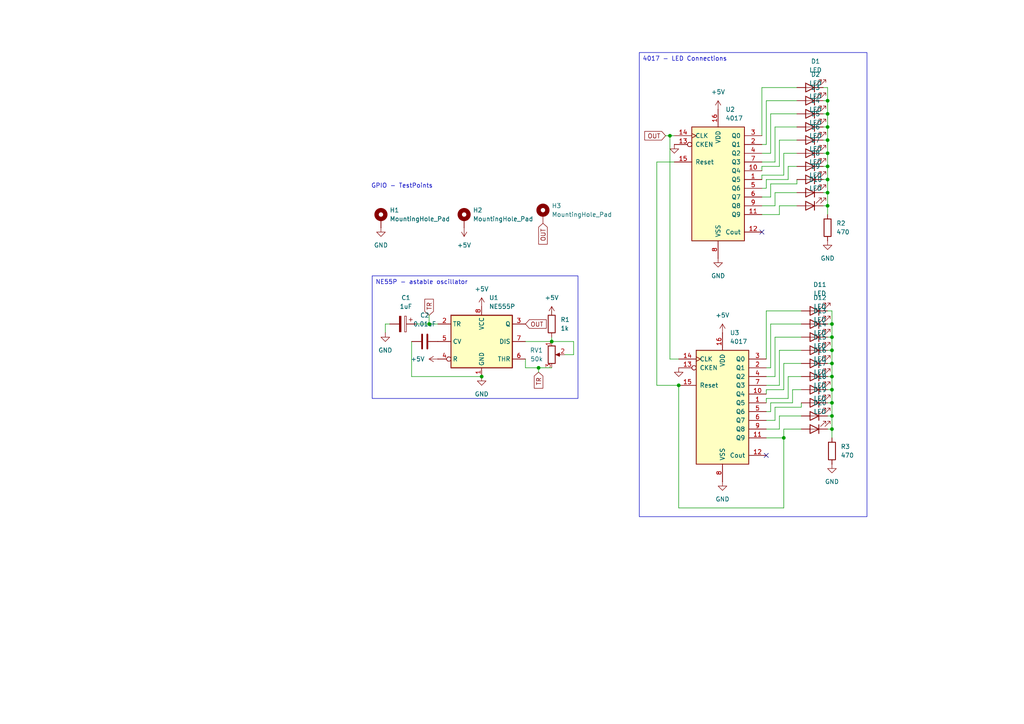
<source format=kicad_sch>
(kicad_sch (version 20250114) (generator "eeschema") (generator_version "9.0")
  (paper "A4")
  (lib_symbols
    (symbol "4xxx:4017" (pin_names (offset 1.016))
      (property "Reference" "U" (at -7.62 16.51 0))
      (property "Value" "4017" (at -7.62 -19.05 0))
      (symbol "4017_1_0"
        (pin input clock (at -12.7 12.7 0) (length 5.08) (name "CLK") (number "14"))
        (pin input inverted (at -12.7 10.16 0) (length 5.08) (name "CKEN") (number "13"))
        (pin input line (at -12.7 5.08 0) (length 5.08) (name "Reset") (number "15"))
        (pin power_in line (at 0 20.32 270) (length 5.08) (name "VDD") (number "16"))
        (pin power_in line (at 0 -22.86 90) (length 5.08) (name "VSS") (number "8"))
        (pin output line (at 12.7 12.7 180) (length 5.08) (name "Q0") (number "3"))
        (pin output line (at 12.7 10.16 180) (length 5.08) (name "Q1") (number "2"))
        (pin output line (at 12.7 7.62 180) (length 5.08) (name "Q2") (number "4"))
        (pin output line (at 12.7 5.08 180) (length 5.08) (name "Q3") (number "7"))
        (pin output line (at 12.7 2.54 180) (length 5.08) (name "Q4") (number "10"))
        (pin output line (at 12.7 0 180) (length 5.08) (name "Q5") (number "1"))
        (pin output line (at 12.7 -2.54 180) (length 5.08) (name "Q6") (number "5"))
        (pin output line (at 12.7 -5.08 180) (length 5.08) (name "Q7") (number "6"))
        (pin output line (at 12.7 -7.62 180) (length 5.08) (name "Q8") (number "9"))
        (pin output line (at 12.7 -10.16 180) (length 5.08) (name "Q9") (number "11"))
        (pin output line (at 12.7 -15.24 180) (length 5.08) (name "Cout") (number "12"))
      )
      (symbol "4017_1_1"
        (rectangle (start -7.62 15.24) (end 7.62 -17.78) (stroke (width 0.254)) (fill (type background)))
      )
    )
    (symbol "Device:C" (pin_numbers (hide yes)) (pin_names (offset 0.254))
      (property "Reference" "C" (at 0.635 2.54 0))
      (property "Value" "C" (at 0.635 -2.54 0))
      (symbol "C_0_1"
        (polyline (pts (xy -2.032 0.762) (xy 2.032 0.762)) (stroke (width 0.508)))
        (polyline (pts (xy -2.032 -0.762) (xy 2.032 -0.762)) (stroke (width 0.508)))
      )
      (symbol "C_1_1"
        (pin passive line (at 0 3.81 270) (length 2.794) (name "~") (number "1"))
        (pin passive line (at 0 -3.81 90) (length 2.794) (name "~") (number "2"))
      )
    )
    (symbol "Device:C_Polarized" (pin_numbers (hide yes)) (pin_names (offset 0.254))
      (property "Reference" "C" (at 0.635 2.54 0))
      (property "Value" "C_Polarized" (at 0.635 -2.54 0))
      (symbol "C_Polarized_0_1"
        (rectangle (start -2.286 0.508) (end 2.286 1.016))
        (polyline (pts (xy -1.778 2.286) (xy -0.762 2.286)))
        (polyline (pts (xy -1.27 2.794) (xy -1.27 1.778)))
        (rectangle (start 2.286 -0.508) (end -2.286 -1.016) (fill (type outline)))
      )
      (symbol "C_Polarized_1_1"
        (pin passive line (at 0 3.81 270) (length 2.794) (name "~") (number "1"))
        (pin passive line (at 0 -3.81 90) (length 2.794) (name "~") (number "2"))
      )
    )
    (symbol "Device:LED" (pin_numbers (hide yes)) (pin_names (offset 1.016) (hide yes))
      (property "Reference" "D" (at 0 2.54 0))
      (property "Value" "LED" (at 0 -2.54 0))
      (symbol "LED_0_1"
        (polyline (pts (xy -3.048 -0.762) (xy -4.572 -2.286) (xy -3.81 -2.286) (xy -4.572 -2.286) (xy -4.572 -1.524)))
        (polyline (pts (xy -1.778 -0.762) (xy -3.302 -2.286) (xy -2.54 -2.286) (xy -3.302 -2.286) (xy -3.302 -1.524)))
        (polyline (pts (xy -1.27 0) (xy 1.27 0)))
        (polyline (pts (xy -1.27 -1.27) (xy -1.27 1.27)) (stroke (width 0.254)))
        (polyline (pts (xy 1.27 -1.27) (xy 1.27 1.27) (xy -1.27 0) (xy 1.27 -1.27)) (stroke (width 0.254)))
      )
      (symbol "LED_1_1"
        (pin passive line (at -3.81 0 0) (length 2.54) (name "K") (number "1"))
        (pin passive line (at 3.81 0 180) (length 2.54) (name "A") (number "2"))
      )
    )
    (symbol "Device:R" (pin_numbers (hide yes)) (pin_names (offset 0))
      (property "Reference" "R" (at 2.032 0 90))
      (property "Value" "R" (at 0 0 90))
      (symbol "R_0_1"
        (rectangle (start -1.016 -2.54) (end 1.016 2.54) (stroke (width 0.254)))
      )
      (symbol "R_1_1"
        (pin passive line (at 0 3.81 270) (length 1.27) (name "~") (number "1"))
        (pin passive line (at 0 -3.81 90) (length 1.27) (name "~") (number "2"))
      )
    )
    (symbol "Device:R_Potentiometer" (pin_names (offset 1.016) (hide yes))
      (property "Reference" "RV" (at -4.445 0 90))
      (property "Value" "R_Potentiometer" (at -2.54 0 90))
      (symbol "R_Potentiometer_0_1"
        (rectangle (start 1.016 2.54) (end -1.016 -2.54) (stroke (width 0.254)))
        (polyline (pts (xy 1.143 0) (xy 2.286 0.508) (xy 2.286 -0.508) (xy 1.143 0)) (fill (type outline)))
        (polyline (pts (xy 2.54 0) (xy 1.524 0)))
      )
      (symbol "R_Potentiometer_1_1"
        (pin passive line (at 0 3.81 270) (length 1.27) (name "1") (number "1"))
        (pin passive line (at 0 -3.81 90) (length 1.27) (name "3") (number "3"))
        (pin passive line (at 3.81 0 180) (length 1.27) (name "2") (number "2"))
      )
    )
    (symbol "Mechanical:MountingHole_Pad" (pin_numbers (hide yes)) (pin_names (offset 1.016) (hide yes)) (in_bom no)
      (property "Reference" "H" (at 0 6.35 0))
      (property "Value" "MountingHole_Pad" (at 0 4.445 0))
      (symbol "MountingHole_Pad_0_1"
        (circle (center 0 1.27) (radius 1.27) (stroke (width 1.27)))
      )
      (symbol "MountingHole_Pad_1_1"
        (pin input line (at 0 -2.54 90) (length 2.54) (name "1") (number "1"))
      )
    )
    (symbol "Timer:NE555P"
      (property "Reference" "U" (at -10.16 8.89 0))
      (property "Value" "NE555P" (at 2.54 8.89 0))
      (symbol "NE555P_0_0"
        (pin power_in line (at 0 10.16 270) (length 2.54) (name "VCC") (number "8"))
        (pin power_in line (at 0 -10.16 90) (length 2.54) (name "GND") (number "1"))
      )
      (symbol "NE555P_0_1"
        (rectangle (start -8.89 -7.62) (end 8.89 7.62) (stroke (width 0.254)) (fill (type background)))
        (rectangle (start -8.89 -7.62) (end 8.89 7.62) (stroke (width 0.254)) (fill (type background)))
      )
      (symbol "NE555P_1_1"
        (pin input line (at -12.7 5.08 0) (length 3.81) (name "TR") (number "2"))
        (pin input line (at -12.7 0 0) (length 3.81) (name "CV") (number "5"))
        (pin input inverted (at -12.7 -5.08 0) (length 3.81) (name "R") (number "4"))
        (pin output line (at 12.7 5.08 180) (length 3.81) (name "Q") (number "3"))
        (pin input line (at 12.7 0 180) (length 3.81) (name "DIS") (number "7"))
        (pin input line (at 12.7 -5.08 180) (length 3.81) (name "THR") (number "6"))
      )
    )
    (symbol "power:+5V" (power) (pin_numbers (hide yes)) (pin_names (offset 0) (hide yes))
      (property "Value" "+5V" (at 0 3.556 0))
      (symbol "+5V_0_1"
        (polyline (pts (xy -0.762 1.27) (xy 0 2.54)))
        (polyline (pts (xy 0 2.54) (xy 0.762 1.27)))
        (polyline (pts (xy 0 0) (xy 0 2.54)))
      )
      (symbol "+5V_1_1"
        (pin power_in line (at 0 0 90) (length 0) (name "~") (number "1"))
      )
    )
    (symbol "power:GND" (power) (pin_numbers (hide yes)) (pin_names (offset 0) (hide yes))
      (property "Value" "GND" (at 0 -3.81 0))
      (symbol "GND_0_1"
        (polyline (pts (xy 0 0) (xy 0 -1.27) (xy 1.27 -1.27) (xy 0 -2.54) (xy -1.27 -1.27) (xy 0 -1.27)))
      )
      (symbol "GND_1_1"
        (pin power_in line (at 0 0 270) (length 0) (name "~") (number "1"))
      )
    )
  )
  (text_box "4017 - LED Connections\n" (at 185.42 15.24 0) (size 66.04 134.62) (margins 0.9525 0.9525 0.9525 0.9525) (effects (font (size 1.27 1.27)) (justify left top)))
  (text_box "GPIO - TestPoints\n" (at 106.68 52.07 0) (size 72.39 24.13) (margins 0.9525 0.9525 0.9525 0.9525) (stroke (width -0.0001)) (effects (font (size 1.27 1.27)) (justify left top)))
  (text_box "NE55P - astable oscillator" (at 107.95 80.01 0) (size 59.69 35.56) (margins 0.9525 0.9525 0.9525 0.9525) (effects (font (size 1.27 1.27)) (justify left top)))
  (junction (at 241.3 120.65))
  (junction (at 156.21 106.68))
  (junction (at 240.03 59.69))
  (junction (at 240.03 44.45))
  (junction (at 194.31 39.37))
  (junction (at 240.03 40.64))
  (junction (at 196.85 111.76))
  (junction (at 240.03 36.83))
  (junction (at 241.3 116.84))
  (junction (at 240.03 55.88))
  (junction (at 240.03 29.21))
  (junction (at 241.3 93.98))
  (junction (at 241.3 113.03))
  (junction (at 241.3 101.6))
  (junction (at 241.3 97.79))
  (junction (at 240.03 48.26))
  (junction (at 241.3 105.41))
  (junction (at 241.3 124.46))
  (junction (at 124.46 93.98))
  (junction (at 240.03 33.02))
  (junction (at 227.33 127))
  (junction (at 139.7 109.22))
  (junction (at 160.02 99.06))
  (junction (at 240.03 52.07))
  (junction (at 241.3 109.22))
  (no_connect (at 222.25 132.08))
  (no_connect (at 220.98 67.31))
  (wire (pts (xy 223.52 93.98) (xy 232.41 93.98)))
  (wire (pts (xy 222.25 106.68) (xy 223.52 106.68)))
  (wire (pts (xy 224.79 46.99) (xy 224.79 36.83)))
  (wire (pts (xy 238.76 55.88) (xy 240.03 55.88)))
  (wire (pts (xy 222.25 115.57) (xy 228.6 115.57)))
  (wire (pts (xy 227.33 105.41) (xy 232.41 105.41)))
  (wire (pts (xy 166.37 102.87) (xy 166.37 99.06)))
  (wire (pts (xy 227.33 127) (xy 227.33 124.46)))
  (wire (pts (xy 238.76 33.02) (xy 240.03 33.02)))
  (wire (pts (xy 152.4 106.68) (xy 156.21 106.68)))
  (wire (pts (xy 222.25 104.14) (xy 222.25 90.17)))
  (wire (pts (xy 223.52 119.38) (xy 223.52 116.84)))
  (wire (pts (xy 160.02 90.17) (xy 160.02 91.44)))
  (wire (pts (xy 193.04 39.37) (xy 194.31 39.37)))
  (wire (pts (xy 240.03 36.83) (xy 240.03 33.02)))
  (wire (pts (xy 228.6 48.26) (xy 231.14 48.26)))
  (wire (pts (xy 241.3 120.65) (xy 241.3 116.84)))
  (wire (pts (xy 241.3 97.79) (xy 241.3 93.98)))
  (wire (pts (xy 241.3 93.98) (xy 241.3 90.17)))
  (wire (pts (xy 229.87 113.03) (xy 232.41 113.03)))
  (wire (pts (xy 240.03 44.45) (xy 240.03 40.64)))
  (wire (pts (xy 227.33 44.45) (xy 231.14 44.45)))
  (wire (pts (xy 222.25 116.84) (xy 222.25 115.57)))
  (wire (pts (xy 231.14 53.34) (xy 231.14 52.07)))
  (wire (pts (xy 240.03 29.21) (xy 240.03 25.4)))
  (wire (pts (xy 222.25 41.91) (xy 222.25 29.21)))
  (wire (pts (xy 223.52 57.15) (xy 223.52 53.34)))
  (wire (pts (xy 228.6 115.57) (xy 228.6 109.22)))
  (wire (pts (xy 222.25 111.76) (xy 226.06 111.76)))
  (wire (pts (xy 220.98 52.07) (xy 220.98 50.8)))
  (wire (pts (xy 194.31 39.37) (xy 194.31 104.14)))
  (wire (pts (xy 152.4 104.14) (xy 152.4 106.68)))
  (wire (pts (xy 240.03 120.65) (xy 241.3 120.65)))
  (wire (pts (xy 220.98 54.61) (xy 222.25 54.61)))
  (wire (pts (xy 220.98 41.91) (xy 222.25 41.91)))
  (wire (pts (xy 229.87 116.84) (xy 229.87 113.03)))
  (wire (pts (xy 220.98 62.23) (xy 226.06 62.23)))
  (wire (pts (xy 224.79 36.83) (xy 231.14 36.83)))
  (wire (pts (xy 224.79 97.79) (xy 232.41 97.79)))
  (wire (pts (xy 220.98 57.15) (xy 223.52 57.15)))
  (wire (pts (xy 241.3 101.6) (xy 241.3 97.79)))
  (wire (pts (xy 227.33 124.46) (xy 232.41 124.46)))
  (wire (pts (xy 240.03 59.69) (xy 240.03 55.88)))
  (wire (pts (xy 124.46 91.44) (xy 124.46 93.98)))
  (wire (pts (xy 222.25 90.17) (xy 232.41 90.17)))
  (wire (pts (xy 226.06 59.69) (xy 231.14 59.69)))
  (wire (pts (xy 240.03 124.46) (xy 241.3 124.46)))
  (wire (pts (xy 226.06 62.23) (xy 226.06 59.69)))
  (wire (pts (xy 226.06 40.64) (xy 231.14 40.64)))
  (wire (pts (xy 240.03 105.41) (xy 241.3 105.41)))
  (wire (pts (xy 119.38 109.22) (xy 139.7 109.22)))
  (wire (pts (xy 227.33 127) (xy 227.33 147.32)))
  (wire (pts (xy 160.02 99.06) (xy 152.4 99.06)))
  (wire (pts (xy 163.83 102.87) (xy 166.37 102.87)))
  (wire (pts (xy 190.5 111.76) (xy 190.5 46.99)))
  (wire (pts (xy 241.3 109.22) (xy 241.3 105.41)))
  (wire (pts (xy 226.06 48.26) (xy 226.06 40.64)))
  (wire (pts (xy 222.25 109.22) (xy 224.79 109.22)))
  (wire (pts (xy 222.25 119.38) (xy 223.52 119.38)))
  (wire (pts (xy 226.06 124.46) (xy 226.06 120.65)))
  (wire (pts (xy 194.31 104.14) (xy 196.85 104.14)))
  (wire (pts (xy 156.21 107.95) (xy 156.21 106.68)))
  (wire (pts (xy 120.65 93.98) (xy 124.46 93.98)))
  (wire (pts (xy 220.98 39.37) (xy 220.98 25.4)))
  (wire (pts (xy 240.03 25.4) (xy 238.76 25.4)))
  (wire (pts (xy 240.03 55.88) (xy 240.03 52.07)))
  (wire (pts (xy 222.25 113.03) (xy 227.33 113.03)))
  (wire (pts (xy 223.52 106.68) (xy 223.52 93.98)))
  (wire (pts (xy 238.76 59.69) (xy 240.03 59.69)))
  (wire (pts (xy 222.25 114.3) (xy 222.25 113.03)))
  (wire (pts (xy 190.5 46.99) (xy 195.58 46.99)))
  (wire (pts (xy 226.06 120.65) (xy 232.41 120.65)))
  (wire (pts (xy 222.25 127) (xy 227.33 127)))
  (wire (pts (xy 220.98 25.4) (xy 231.14 25.4)))
  (wire (pts (xy 226.06 111.76) (xy 226.06 101.6)))
  (wire (pts (xy 240.03 52.07) (xy 240.03 48.26)))
  (wire (pts (xy 241.3 105.41) (xy 241.3 101.6)))
  (wire (pts (xy 220.98 44.45) (xy 223.52 44.45)))
  (wire (pts (xy 220.98 59.69) (xy 224.79 59.69)))
  (wire (pts (xy 224.79 109.22) (xy 224.79 97.79)))
  (wire (pts (xy 240.03 40.64) (xy 240.03 36.83)))
  (wire (pts (xy 156.21 106.68) (xy 160.02 106.68)))
  (wire (pts (xy 238.76 48.26) (xy 240.03 48.26)))
  (wire (pts (xy 224.79 55.88) (xy 231.14 55.88)))
  (wire (pts (xy 224.79 121.92) (xy 224.79 118.11)))
  (wire (pts (xy 227.33 113.03) (xy 227.33 105.41)))
  (wire (pts (xy 238.76 29.21) (xy 240.03 29.21)))
  (wire (pts (xy 240.03 33.02) (xy 240.03 29.21)))
  (wire (pts (xy 240.03 93.98) (xy 241.3 93.98)))
  (wire (pts (xy 241.3 90.17) (xy 240.03 90.17)))
  (wire (pts (xy 222.25 124.46) (xy 226.06 124.46)))
  (wire (pts (xy 119.38 99.06) (xy 119.38 109.22)))
  (wire (pts (xy 228.6 52.07) (xy 228.6 48.26)))
  (wire (pts (xy 240.03 101.6) (xy 241.3 101.6)))
  (wire (pts (xy 220.98 48.26) (xy 226.06 48.26)))
  (wire (pts (xy 228.6 109.22) (xy 232.41 109.22)))
  (wire (pts (xy 240.03 97.79) (xy 241.3 97.79)))
  (wire (pts (xy 241.3 116.84) (xy 241.3 113.03)))
  (wire (pts (xy 232.41 118.11) (xy 232.41 116.84)))
  (wire (pts (xy 241.3 124.46) (xy 241.3 120.65)))
  (wire (pts (xy 240.03 116.84) (xy 241.3 116.84)))
  (wire (pts (xy 222.25 54.61) (xy 222.25 52.07)))
  (wire (pts (xy 240.03 113.03) (xy 241.3 113.03)))
  (wire (pts (xy 111.76 93.98) (xy 113.03 93.98)))
  (wire (pts (xy 194.31 39.37) (xy 195.58 39.37)))
  (wire (pts (xy 220.98 49.53) (xy 220.98 48.26)))
  (wire (pts (xy 220.98 46.99) (xy 224.79 46.99)))
  (wire (pts (xy 240.03 109.22) (xy 241.3 109.22)))
  (wire (pts (xy 223.52 44.45) (xy 223.52 33.02)))
  (wire (pts (xy 124.46 93.98) (xy 127 93.98)))
  (wire (pts (xy 238.76 40.64) (xy 240.03 40.64)))
  (wire (pts (xy 222.25 52.07) (xy 228.6 52.07)))
  (wire (pts (xy 160.02 97.79) (xy 160.02 99.06)))
  (wire (pts (xy 240.03 62.23) (xy 240.03 59.69)))
  (wire (pts (xy 241.3 127) (xy 241.3 124.46)))
  (wire (pts (xy 227.33 50.8) (xy 227.33 44.45)))
  (wire (pts (xy 226.06 101.6) (xy 232.41 101.6)))
  (wire (pts (xy 227.33 147.32) (xy 196.85 147.32)))
  (wire (pts (xy 111.76 96.52) (xy 111.76 93.98)))
  (wire (pts (xy 238.76 44.45) (xy 240.03 44.45)))
  (wire (pts (xy 238.76 52.07) (xy 240.03 52.07)))
  (wire (pts (xy 222.25 121.92) (xy 224.79 121.92)))
  (wire (pts (xy 240.03 48.26) (xy 240.03 44.45)))
  (wire (pts (xy 220.98 50.8) (xy 227.33 50.8)))
  (wire (pts (xy 166.37 99.06) (xy 160.02 99.06)))
  (wire (pts (xy 238.76 36.83) (xy 240.03 36.83)))
  (wire (pts (xy 222.25 29.21) (xy 231.14 29.21)))
  (wire (pts (xy 223.52 33.02) (xy 231.14 33.02)))
  (wire (pts (xy 196.85 111.76) (xy 190.5 111.76)))
  (wire (pts (xy 241.3 113.03) (xy 241.3 109.22)))
  (wire (pts (xy 196.85 147.32) (xy 196.85 111.76)))
  (wire (pts (xy 223.52 116.84) (xy 229.87 116.84)))
  (wire (pts (xy 223.52 53.34) (xy 231.14 53.34)))
  (wire (pts (xy 224.79 118.11) (xy 232.41 118.11)))
  (wire (pts (xy 224.79 59.69) (xy 224.79 55.88)))
  (global_label "OUT" (shape input) (at 193.04 39.37 180) (property "Intersheetrefs" "${INTERSHEET_REFS}" (effects (hide yes))))
  (global_label "OUT" (shape input) (at 152.4 93.98 0) (property "Intersheetrefs" "${INTERSHEET_REFS}" (effects (hide yes))))
  (global_label "OUT" (shape input) (at 157.48 64.77 270) (property "Intersheetrefs" "${INTERSHEET_REFS}" (effects (hide yes))))
  (global_label "TR" (shape input) (at 156.21 107.95 270) (property "Intersheetrefs" "${INTERSHEET_REFS}" (effects (hide yes))))
  (global_label "TR" (shape input) (at 124.46 91.44 90) (property "Intersheetrefs" "${INTERSHEET_REFS}" (effects (hide yes))))
  (symbol (lib_id "Device:R") (at 160.02 93.98 0) (unit 1)
    (property "Reference" "R1" (at 162.56 92.7099 0) (effects (justify left)))
    (property "Value" "1k" (at 162.56 95.2499 0) (effects (justify left)))
    (property "Footprint" "Resistor_THT:R_Axial_DIN0207_L6.3mm_D2.5mm_P7.62mm_Horizontal" (effects (hide yes)))
    (property "Description" "Resistor" (effects (hide yes)))
  )
  (symbol (lib_id "Device:LED") (at 234.95 29.21 180) (unit 1)
    (property "Reference" "D2" (at 236.5375 21.59 0))
    (property "Value" "LED" (at 236.5375 24.13 0))
    (property "Footprint" "LED_THT:LED_D3.0mm" (effects (hide yes)))
    (property "Description" "Light emitting diode" (effects (hide yes)))
    (property "Sim.Pins" "1=K 2=A" (effects (hide yes)))
  )
  (symbol (lib_id "Device:C_Polarized") (at 116.84 93.98 270) (unit 1)
    (property "Reference" "C1" (at 117.729 86.36 90))
    (property "Value" "1uF" (at 117.729 88.9 90))
    (property "Footprint" "Capacitor_THT:CP_Radial_D5.0mm_P2.00mm" (effects (hide yes)))
    (property "Description" "Polarized capacitor" (effects (hide yes)))
  )
  (symbol (lib_id "4xxx:4017") (at 209.55 116.84 0) (unit 1)
    (property "Reference" "U3" (at 211.6933 96.52 0) (effects (justify left)))
    (property "Value" "4017" (at 211.6933 99.06 0) (effects (justify left)))
    (property "Footprint" "footprints:N16" (effects (hide yes)))
    (property "Datasheet" "http://www.intersil.com/content/dam/Intersil/documents/cd40/cd4017bms-22bms.pdf" (effects (hide yes)))
    (property "Description" "Johnson Counter ( 10 outputs )" (effects (hide yes)))
  )
  (symbol (lib_id "power:+5V") (at 139.7 88.9 0) (unit 1)
    (property "Reference" "#PWR01" (effects (hide yes)))
    (property "Value" "+5V" (at 139.7 83.82 0))
    (property "Description" "Power symbol creates a global label with name \"+5V\"" (effects (hide yes)))
  )
  (symbol (lib_id "Device:R") (at 241.3 130.81 0) (unit 1)
    (property "Reference" "R3" (at 243.84 129.5399 0) (effects (justify left)))
    (property "Value" "470" (at 243.84 132.0799 0) (effects (justify left)))
    (property "Footprint" "Resistor_THT:R_Axial_DIN0207_L6.3mm_D2.5mm_P7.62mm_Horizontal" (effects (hide yes)))
    (property "Description" "Resistor" (effects (hide yes)))
  )
  (symbol (lib_id "power:GND") (at 209.55 139.7 0) (unit 1)
    (property "Reference" "#PWR014" (effects (hide yes)))
    (property "Value" "GND" (at 209.55 144.78 0))
    (property "Description" "Power symbol creates a global label with name \"GND\" , ground" (effects (hide yes)))
  )
  (symbol (lib_id "power:+5V") (at 209.55 96.52 0) (unit 1)
    (property "Reference" "#PWR013" (effects (hide yes)))
    (property "Value" "+5V" (at 209.55 91.44 0))
    (property "Description" "Power symbol creates a global label with name \"+5V\"" (effects (hide yes)))
  )
  (symbol (lib_id "power:+5V") (at 208.28 31.75 0) (unit 1)
    (property "Reference" "#PWR010" (effects (hide yes)))
    (property "Value" "+5V" (at 208.28 26.67 0))
    (property "Description" "Power symbol creates a global label with name \"+5V\"" (effects (hide yes)))
  )
  (symbol (lib_id "Device:R") (at 240.03 66.04 0) (unit 1)
    (property "Reference" "R2" (at 242.57 64.7699 0) (effects (justify left)))
    (property "Value" "470" (at 242.57 67.3099 0) (effects (justify left)))
    (property "Footprint" "Resistor_THT:R_Axial_DIN0207_L6.3mm_D2.5mm_P7.62mm_Horizontal" (effects (hide yes)))
    (property "Description" "Resistor" (effects (hide yes)))
  )
  (symbol (lib_id "power:GND") (at 196.85 106.68 0) (unit 1)
    (property "Reference" "#PWR011" (effects (hide yes)))
    (property "Value" "GND" (effects (hide yes)))
    (property "Description" "Power symbol creates a global label with name \"GND\" , ground" (effects (hide yes)))
  )
  (symbol (lib_id "power:GND") (at 111.76 96.52 0) (unit 1)
    (property "Reference" "#PWR05" (effects (hide yes)))
    (property "Value" "GND" (at 111.76 101.6 0))
    (property "Description" "Power symbol creates a global label with name \"GND\" , ground" (effects (hide yes)))
  )
  (symbol (lib_id "Device:LED") (at 236.22 120.65 180) (unit 1)
    (property "Reference" "D19" (at 237.8075 113.03 0))
    (property "Value" "LED" (at 237.8075 115.57 0))
    (property "Footprint" "LED_THT:LED_D3.0mm" (effects (hide yes)))
    (property "Description" "Light emitting diode" (effects (hide yes)))
    (property "Sim.Pins" "1=K 2=A" (effects (hide yes)))
  )
  (symbol (lib_id "power:+5V") (at 160.02 91.44 0) (unit 1)
    (property "Reference" "#PWR02" (effects (hide yes)))
    (property "Value" "+5V" (at 160.02 86.36 0))
    (property "Description" "Power symbol creates a global label with name \"+5V\"" (effects (hide yes)))
  )
  (symbol (lib_id "Device:LED") (at 236.22 97.79 180) (unit 1)
    (property "Reference" "D13" (at 237.8075 90.17 0))
    (property "Value" "LED" (at 237.8075 92.71 0))
    (property "Footprint" "LED_THT:LED_D3.0mm" (effects (hide yes)))
    (property "Description" "Light emitting diode" (effects (hide yes)))
    (property "Sim.Pins" "1=K 2=A" (effects (hide yes)))
  )
  (symbol (lib_id "power:GND") (at 240.03 69.85 0) (unit 1)
    (property "Reference" "#PWR09" (effects (hide yes)))
    (property "Value" "GND" (at 240.03 74.93 0))
    (property "Description" "Power symbol creates a global label with name \"GND\" , ground" (effects (hide yes)))
  )
  (symbol (lib_id "Device:LED") (at 234.95 44.45 180) (unit 1)
    (property "Reference" "D6" (at 236.5375 36.83 0))
    (property "Value" "LED" (at 236.5375 39.37 0))
    (property "Footprint" "LED_THT:LED_D3.0mm" (effects (hide yes)))
    (property "Description" "Light emitting diode" (effects (hide yes)))
    (property "Sim.Pins" "1=K 2=A" (effects (hide yes)))
  )
  (symbol (lib_id "Device:LED") (at 234.95 48.26 180) (unit 1)
    (property "Reference" "D7" (at 236.5375 40.64 0))
    (property "Value" "LED" (at 236.5375 43.18 0))
    (property "Footprint" "LED_THT:LED_D3.0mm" (effects (hide yes)))
    (property "Description" "Light emitting diode" (effects (hide yes)))
    (property "Sim.Pins" "1=K 2=A" (effects (hide yes)))
  )
  (symbol (lib_id "Device:LED") (at 234.95 36.83 180) (unit 1)
    (property "Reference" "D4" (at 236.5375 29.21 0))
    (property "Value" "LED" (at 236.5375 31.75 0))
    (property "Footprint" "LED_THT:LED_D3.0mm" (effects (hide yes)))
    (property "Description" "Light emitting diode" (effects (hide yes)))
    (property "Sim.Pins" "1=K 2=A" (effects (hide yes)))
  )
  (symbol (lib_id "Device:LED") (at 236.22 109.22 180) (unit 1)
    (property "Reference" "D16" (at 237.8075 101.6 0))
    (property "Value" "LED" (at 237.8075 104.14 0))
    (property "Footprint" "LED_THT:LED_D3.0mm" (effects (hide yes)))
    (property "Description" "Light emitting diode" (effects (hide yes)))
    (property "Sim.Pins" "1=K 2=A" (effects (hide yes)))
  )
  (symbol (lib_id "power:+5V") (at 134.62 66.04 180) (unit 1)
    (property "Reference" "#PWR08" (effects (hide yes)))
    (property "Value" "+5V" (at 134.62 71.12 0))
    (property "Description" "Power symbol creates a global label with name \"+5V\"" (effects (hide yes)))
  )
  (symbol (lib_id "Device:C") (at 123.19 99.06 90) (unit 1)
    (property "Reference" "C2" (at 123.19 91.44 90))
    (property "Value" "0.01uF" (at 123.19 93.98 90))
    (property "Footprint" "Capacitor_THT:CP_Radial_D5.0mm_P2.00mm" (effects (hide yes)))
    (property "Description" "Unpolarized capacitor" (effects (hide yes)))
  )
  (symbol (lib_id "Device:LED") (at 236.22 124.46 180) (unit 1)
    (property "Reference" "D20" (at 237.8075 116.84 0))
    (property "Value" "LED" (at 237.8075 119.38 0))
    (property "Footprint" "LED_THT:LED_D3.0mm" (effects (hide yes)))
    (property "Description" "Light emitting diode" (effects (hide yes)))
    (property "Sim.Pins" "1=K 2=A" (effects (hide yes)))
  )
  (symbol (lib_id "Device:LED") (at 234.95 25.4 180) (unit 1)
    (property "Reference" "D1" (at 236.5375 17.78 0))
    (property "Value" "LED" (at 236.5375 20.32 0))
    (property "Footprint" "LED_THT:LED_D3.0mm" (effects (hide yes)))
    (property "Description" "Light emitting diode" (effects (hide yes)))
    (property "Sim.Pins" "1=K 2=A" (effects (hide yes)))
  )
  (symbol (lib_id "power:GND") (at 110.49 66.04 0) (unit 1)
    (property "Reference" "#PWR012" (effects (hide yes)))
    (property "Value" "GND" (at 110.49 71.12 0))
    (property "Description" "Power symbol creates a global label with name \"GND\" , ground" (effects (hide yes)))
  )
  (symbol (lib_id "Device:LED") (at 236.22 90.17 180) (unit 1)
    (property "Reference" "D11" (at 237.8075 82.55 0))
    (property "Value" "LED" (at 237.8075 85.09 0))
    (property "Footprint" "LED_THT:LED_D3.0mm" (effects (hide yes)))
    (property "Description" "Light emitting diode" (effects (hide yes)))
    (property "Sim.Pins" "1=K 2=A" (effects (hide yes)))
  )
  (symbol (lib_id "Mechanical:MountingHole_Pad") (at 134.62 63.5 0) (unit 1) (in_bom no)
    (property "Reference" "H2" (at 137.16 60.9599 0) (effects (justify left)))
    (property "Value" "MountingHole_Pad" (at 137.16 63.4999 0) (effects (justify left)))
    (property "Footprint" "Connector_PinSocket_2.54mm:PinSocket_1x01_P2.54mm_Vertical" (effects (hide yes)))
    (property "Description" "Mounting Hole with connection" (effects (hide yes)))
  )
  (symbol (lib_id "Device:LED") (at 234.95 52.07 180) (unit 1)
    (property "Reference" "D8" (at 236.5375 44.45 0))
    (property "Value" "LED" (at 236.5375 46.99 0))
    (property "Footprint" "LED_THT:LED_D3.0mm" (effects (hide yes)))
    (property "Description" "Light emitting diode" (effects (hide yes)))
    (property "Sim.Pins" "1=K 2=A" (effects (hide yes)))
  )
  (symbol (lib_id "power:GND") (at 241.3 134.62 0) (unit 1)
    (property "Reference" "#PWR015" (effects (hide yes)))
    (property "Value" "GND" (at 241.3 139.7 0))
    (property "Description" "Power symbol creates a global label with name \"GND\" , ground" (effects (hide yes)))
  )
  (symbol (lib_id "Device:LED") (at 236.22 101.6 180) (unit 1)
    (property "Reference" "D14" (at 237.8075 93.98 0))
    (property "Value" "LED" (at 237.8075 96.52 0))
    (property "Footprint" "LED_THT:LED_D3.0mm" (effects (hide yes)))
    (property "Description" "Light emitting diode" (effects (hide yes)))
    (property "Sim.Pins" "1=K 2=A" (effects (hide yes)))
  )
  (symbol (lib_id "Device:LED") (at 234.95 33.02 180) (unit 1)
    (property "Reference" "D3" (at 236.5375 25.4 0))
    (property "Value" "LED" (at 236.5375 27.94 0))
    (property "Footprint" "LED_THT:LED_D3.0mm" (effects (hide yes)))
    (property "Description" "Light emitting diode" (effects (hide yes)))
    (property "Sim.Pins" "1=K 2=A" (effects (hide yes)))
  )
  (symbol (lib_id "power:GND") (at 208.28 74.93 0) (unit 1)
    (property "Reference" "#PWR06" (effects (hide yes)))
    (property "Value" "GND" (at 208.28 80.01 0))
    (property "Description" "Power symbol creates a global label with name \"GND\" , ground" (effects (hide yes)))
  )
  (symbol (lib_id "Device:LED") (at 236.22 113.03 180) (unit 1)
    (property "Reference" "D17" (at 237.8075 105.41 0))
    (property "Value" "LED" (at 237.8075 107.95 0))
    (property "Footprint" "LED_THT:LED_D3.0mm" (effects (hide yes)))
    (property "Description" "Light emitting diode" (effects (hide yes)))
    (property "Sim.Pins" "1=K 2=A" (effects (hide yes)))
  )
  (symbol (lib_id "power:GND") (at 195.58 41.91 0) (unit 1)
    (property "Reference" "#PWR07" (effects (hide yes)))
    (property "Value" "GND" (effects (hide yes)))
    (property "Description" "Power symbol creates a global label with name \"GND\" , ground" (effects (hide yes)))
  )
  (symbol (lib_id "power:+5V") (at 127 104.14 90) (unit 1)
    (property "Reference" "#PWR03" (effects (hide yes)))
    (property "Value" "+5V" (at 123.19 104.1399 90) (effects (justify left)))
    (property "Description" "Power symbol creates a global label with name \"+5V\"" (effects (hide yes)))
  )
  (symbol (lib_id "4xxx:4017") (at 208.28 52.07 0) (unit 1)
    (property "Reference" "U2" (at 210.4233 31.75 0) (effects (justify left)))
    (property "Value" "4017" (at 210.4233 34.29 0) (effects (justify left)))
    (property "Footprint" "footprints:N16" (effects (hide yes)))
    (property "Datasheet" "http://www.intersil.com/content/dam/Intersil/documents/cd40/cd4017bms-22bms.pdf" (effects (hide yes)))
    (property "Description" "Johnson Counter ( 10 outputs )" (effects (hide yes)))
  )
  (symbol (lib_id "Timer:NE555P") (at 139.7 99.06 0) (unit 1)
    (property "Reference" "U1" (at 141.8433 86.36 0) (effects (justify left)))
    (property "Value" "NE555P" (at 141.8433 88.9 0) (effects (justify left)))
    (property "Footprint" "Package_DIP:DIP-8_W7.62mm" (effects (hide yes)))
    (property "Datasheet" "http://www.ti.com/lit/ds/symlink/ne555.pdf" (effects (hide yes)))
    (property "Description" "Precision Timers, 555 compatible,  PDIP-8" (effects (hide yes)))
  )
  (symbol (lib_id "Mechanical:MountingHole_Pad") (at 110.49 63.5 0) (unit 1) (in_bom no)
    (property "Reference" "H1" (at 113.03 60.9599 0) (effects (justify left)))
    (property "Value" "MountingHole_Pad" (at 113.03 63.4999 0) (effects (justify left)))
    (property "Footprint" "Connector_PinSocket_2.54mm:PinSocket_1x01_P2.54mm_Vertical" (effects (hide yes)))
    (property "Description" "Mounting Hole with connection" (effects (hide yes)))
  )
  (symbol (lib_id "Device:LED") (at 234.95 55.88 180) (unit 1)
    (property "Reference" "D9" (at 236.5375 48.26 0))
    (property "Value" "LED" (at 236.5375 50.8 0))
    (property "Footprint" "LED_THT:LED_D3.0mm" (effects (hide yes)))
    (property "Description" "Light emitting diode" (effects (hide yes)))
    (property "Sim.Pins" "1=K 2=A" (effects (hide yes)))
  )
  (symbol (lib_id "Mechanical:MountingHole_Pad") (at 157.48 62.23 0) (unit 1) (in_bom no)
    (property "Reference" "H3" (at 160.02 59.6899 0) (effects (justify left)))
    (property "Value" "MountingHole_Pad" (at 160.02 62.2299 0) (effects (justify left)))
    (property "Footprint" "Connector_PinSocket_2.54mm:PinSocket_1x01_P2.54mm_Vertical" (effects (hide yes)))
    (property "Description" "Mounting Hole with connection" (effects (hide yes)))
  )
  (symbol (lib_id "Device:LED") (at 234.95 40.64 180) (unit 1)
    (property "Reference" "D5" (at 236.5375 33.02 0))
    (property "Value" "LED" (at 236.5375 35.56 0))
    (property "Footprint" "LED_THT:LED_D3.0mm" (effects (hide yes)))
    (property "Description" "Light emitting diode" (effects (hide yes)))
    (property "Sim.Pins" "1=K 2=A" (effects (hide yes)))
  )
  (symbol (lib_id "Device:LED") (at 236.22 105.41 180) (unit 1)
    (property "Reference" "D15" (at 237.8075 97.79 0))
    (property "Value" "LED" (at 237.8075 100.33 0))
    (property "Footprint" "LED_THT:LED_D3.0mm" (effects (hide yes)))
    (property "Description" "Light emitting diode" (effects (hide yes)))
    (property "Sim.Pins" "1=K 2=A" (effects (hide yes)))
  )
  (symbol (lib_id "power:GND") (at 139.7 109.22 0) (unit 1)
    (property "Reference" "#PWR04" (effects (hide yes)))
    (property "Value" "GND" (at 139.7 114.3 0))
    (property "Description" "Power symbol creates a global label with name \"GND\" , ground" (effects (hide yes)))
  )
  (symbol (lib_id "Device:R_Potentiometer") (at 160.02 102.87 0) (unit 1)
    (property "Reference" "RV1" (at 157.48 101.5999 0) (effects (justify right)))
    (property "Value" "50k" (at 157.48 104.1399 0) (effects (justify right)))
    (property "Footprint" "Resistor_THT:R_Axial_DIN0207_L6.3mm_D2.5mm_P7.62mm_Horizontal" (effects (hide yes)))
    (property "Description" "Potentiometer" (effects (hide yes)))
  )
  (symbol (lib_id "Device:LED") (at 234.95 59.69 180) (unit 1)
    (property "Reference" "D10" (at 236.5375 52.07 0))
    (property "Value" "LED" (at 236.5375 54.61 0))
    (property "Footprint" "LED_THT:LED_D3.0mm" (effects (hide yes)))
    (property "Description" "Light emitting diode" (effects (hide yes)))
    (property "Sim.Pins" "1=K 2=A" (effects (hide yes)))
  )
  (symbol (lib_id "Device:LED") (at 236.22 93.98 180) (unit 1)
    (property "Reference" "D12" (at 237.8075 86.36 0))
    (property "Value" "LED" (at 237.8075 88.9 0))
    (property "Footprint" "LED_THT:LED_D3.0mm" (effects (hide yes)))
    (property "Description" "Light emitting diode" (effects (hide yes)))
    (property "Sim.Pins" "1=K 2=A" (effects (hide yes)))
  )
  (symbol (lib_id "Device:LED") (at 236.22 116.84 180) (unit 1)
    (property "Reference" "D18" (at 237.8075 109.22 0))
    (property "Value" "LED" (at 237.8075 111.76 0))
    (property "Footprint" "LED_THT:LED_D3.0mm" (effects (hide yes)))
    (property "Description" "Light emitting diode" (effects (hide yes)))
    (property "Sim.Pins" "1=K 2=A" (effects (hide yes)))
  )
)
</source>
